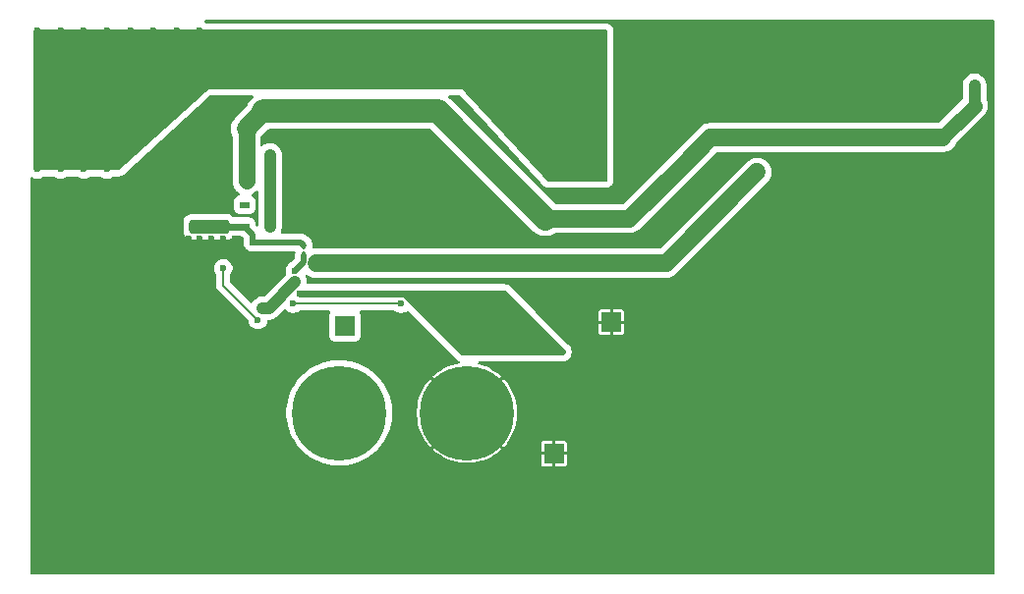
<source format=gbr>
%TF.GenerationSoftware,KiCad,Pcbnew,9.0.1*%
%TF.CreationDate,2025-11-16T17:30:07-08:00*%
%TF.ProjectId,Si-LTC7800-Alternate,53692d4c-5443-4373-9830-302d416c7465,rev?*%
%TF.SameCoordinates,Original*%
%TF.FileFunction,Copper,L2,Bot*%
%TF.FilePolarity,Positive*%
%FSLAX46Y46*%
G04 Gerber Fmt 4.6, Leading zero omitted, Abs format (unit mm)*
G04 Created by KiCad (PCBNEW 9.0.1) date 2025-11-16 17:30:07*
%MOMM*%
%LPD*%
G01*
G04 APERTURE LIST*
G04 Aperture macros list*
%AMRoundRect*
0 Rectangle with rounded corners*
0 $1 Rounding radius*
0 $2 $3 $4 $5 $6 $7 $8 $9 X,Y pos of 4 corners*
0 Add a 4 corners polygon primitive as box body*
4,1,4,$2,$3,$4,$5,$6,$7,$8,$9,$2,$3,0*
0 Add four circle primitives for the rounded corners*
1,1,$1+$1,$2,$3*
1,1,$1+$1,$4,$5*
1,1,$1+$1,$6,$7*
1,1,$1+$1,$8,$9*
0 Add four rect primitives between the rounded corners*
20,1,$1+$1,$2,$3,$4,$5,0*
20,1,$1+$1,$4,$5,$6,$7,0*
20,1,$1+$1,$6,$7,$8,$9,0*
20,1,$1+$1,$8,$9,$2,$3,0*%
G04 Aperture macros list end*
%TA.AperFunction,Conductor*%
%ADD10C,0.200000*%
%TD*%
%TA.AperFunction,ComponentPad*%
%ADD11C,8.115000*%
%TD*%
%TA.AperFunction,ComponentPad*%
%ADD12R,1.700000X1.700000*%
%TD*%
%TA.AperFunction,SMDPad,CuDef*%
%ADD13RoundRect,0.250000X-0.475000X0.337500X-0.475000X-0.337500X0.475000X-0.337500X0.475000X0.337500X0*%
%TD*%
%TA.AperFunction,SMDPad,CuDef*%
%ADD14RoundRect,0.250000X0.475000X-0.337500X0.475000X0.337500X-0.475000X0.337500X-0.475000X-0.337500X0*%
%TD*%
%TA.AperFunction,SMDPad,CuDef*%
%ADD15R,0.850000X0.600000*%
%TD*%
%TA.AperFunction,SMDPad,CuDef*%
%ADD16RoundRect,0.100000X0.100000X-0.217500X0.100000X0.217500X-0.100000X0.217500X-0.100000X-0.217500X0*%
%TD*%
%TA.AperFunction,ViaPad*%
%ADD17C,0.600000*%
%TD*%
%TA.AperFunction,Conductor*%
%ADD18C,1.500000*%
%TD*%
%TA.AperFunction,Conductor*%
%ADD19C,1.400000*%
%TD*%
%TA.AperFunction,Conductor*%
%ADD20C,1.700000*%
%TD*%
%TA.AperFunction,Conductor*%
%ADD21C,2.000000*%
%TD*%
%TA.AperFunction,Conductor*%
%ADD22C,1.300000*%
%TD*%
%TA.AperFunction,Conductor*%
%ADD23C,1.000000*%
%TD*%
%TA.AperFunction,Conductor*%
%ADD24C,1.200000*%
%TD*%
%TA.AperFunction,Conductor*%
%ADD25C,0.500000*%
%TD*%
%TA.AperFunction,Conductor*%
%ADD26C,0.600000*%
%TD*%
G04 APERTURE END LIST*
D10*
%TO.N,/Vout*%
X160000000Y-128000000D02*
X155000000Y-128000000D01*
X143000000Y-115000000D01*
X160000000Y-115000000D01*
X160000000Y-128000000D01*
%TA.AperFunction,Conductor*%
G36*
X160000000Y-128000000D02*
G01*
X155000000Y-128000000D01*
X143000000Y-115000000D01*
X160000000Y-115000000D01*
X160000000Y-128000000D01*
G37*
%TD.AperFunction*%
X125730359Y-120000000D02*
X118000000Y-127000000D01*
X110730359Y-127000000D01*
X110730359Y-115000000D01*
X125730359Y-115000000D01*
X125730359Y-120000000D01*
%TA.AperFunction,Conductor*%
G36*
X125730359Y-120000000D02*
G01*
X118000000Y-127000000D01*
X110730359Y-127000000D01*
X110730359Y-115000000D01*
X125730359Y-115000000D01*
X125730359Y-120000000D01*
G37*
%TD.AperFunction*%
X158000000Y-120000000D02*
X118000000Y-120000000D01*
X118000000Y-115000000D01*
X158000000Y-115000000D01*
X158000000Y-120000000D01*
%TA.AperFunction,Conductor*%
G36*
X158000000Y-120000000D02*
G01*
X118000000Y-120000000D01*
X118000000Y-115000000D01*
X158000000Y-115000000D01*
X158000000Y-120000000D01*
G37*
%TD.AperFunction*%
%TO.N,/VFB*%
X156381177Y-142891065D02*
X156302880Y-142969362D01*
X147562724Y-142969362D01*
X142315321Y-137721959D01*
X151212071Y-137721959D01*
X156381177Y-142891065D01*
%TA.AperFunction,Conductor*%
G36*
X156381177Y-142891065D02*
G01*
X156302880Y-142969362D01*
X147562724Y-142969362D01*
X142315321Y-137721959D01*
X151212071Y-137721959D01*
X156381177Y-142891065D01*
G37*
%TD.AperFunction*%
%TD*%
D11*
%TO.P,VSource_IN1,1,1*%
%TO.N,/VIN*%
X137000000Y-148000000D03*
%TD*%
D12*
%TO.P,VOUT1,1,Pin_1*%
%TO.N,/Vout*%
X156982531Y-126142225D03*
%TD*%
%TO.P,TP_VIN1,1,Pin_1*%
%TO.N,/VIN*%
X137500000Y-140500000D03*
%TD*%
D11*
%TO.P,VSource_GND1,1,1*%
%TO.N,GND*%
X148000000Y-148000000D03*
%TD*%
D12*
%TO.P,GND1,1,Pin_1*%
%TO.N,GND*%
X160447591Y-140176070D03*
%TD*%
%TO.P,TP_VIN2,1,Pin_1*%
%TO.N,GND*%
X155500000Y-151500000D03*
%TD*%
D13*
%TO.P,C2,1*%
%TO.N,GND*%
X126847879Y-129879050D03*
%TO.P,C2,2*%
%TO.N,/INTVCC*%
X126847879Y-131954050D03*
%TD*%
D14*
%TO.P,C2_EX1,1*%
%TO.N,/INTVCC*%
X124802858Y-131944038D03*
%TO.P,C2_EX1,2*%
%TO.N,GND*%
X124802858Y-129869038D03*
%TD*%
D15*
%TO.P,D1,1,A*%
%TO.N,/INTVCC*%
X128850000Y-131950000D03*
%TO.P,D1,2,NC*%
%TO.N,unconnected-(D1-NC-Pad2)*%
X128850000Y-130050000D03*
%TO.P,D1,3,K*%
%TO.N,/BOOST*%
X131150000Y-131000000D03*
%TD*%
D16*
%TO.P,R1,1*%
%TO.N,Net-(U1-PGOOD)*%
X133966857Y-134400781D03*
%TO.P,R1,2*%
%TO.N,/INTVCC*%
X133966857Y-133585781D03*
%TD*%
D17*
%TO.N,/BG*%
X191750000Y-119750000D03*
X129000000Y-128000000D03*
%TO.N,GND*%
X170750000Y-142500000D03*
X121500000Y-153500000D03*
X122000000Y-126000000D03*
X172750000Y-141250000D03*
X126000000Y-134000000D03*
X121000000Y-131000000D03*
X122500000Y-152500000D03*
X187750000Y-155750000D03*
X127000000Y-133000000D03*
X125000000Y-128000000D03*
X120500000Y-152500000D03*
X170750000Y-141250000D03*
X123000000Y-129000000D03*
X123000000Y-131000000D03*
X123000000Y-127000000D03*
X126000000Y-125000000D03*
X189000000Y-154500000D03*
X122500000Y-153500000D03*
X119000000Y-131000000D03*
X123000000Y-125000000D03*
X168750000Y-141250000D03*
X126000000Y-123000000D03*
X124000000Y-127000000D03*
X121500000Y-151500000D03*
X127000000Y-134000000D03*
X126000000Y-122000000D03*
X122000000Y-127000000D03*
X125000000Y-124000000D03*
X127000000Y-126000000D03*
X168750000Y-140000000D03*
X169750000Y-140000000D03*
X125000000Y-133000000D03*
X121000000Y-130000000D03*
X124000000Y-124000000D03*
X171750000Y-143500000D03*
X170750000Y-143500000D03*
X127000000Y-125000000D03*
X127000000Y-127000000D03*
X171750000Y-141250000D03*
X169750000Y-143500000D03*
X128000000Y-133000000D03*
X171750000Y-142500000D03*
X123000000Y-126000000D03*
X120500000Y-151500000D03*
X127000000Y-128000000D03*
X186500000Y-155750000D03*
X127000000Y-121000000D03*
X170750000Y-140000000D03*
X127000000Y-124000000D03*
X124000000Y-125000000D03*
X172750000Y-143500000D03*
X124000000Y-126000000D03*
X121000000Y-129000000D03*
X168750000Y-142500000D03*
X172750000Y-142500000D03*
X126000000Y-124000000D03*
X121500000Y-152500000D03*
X125000000Y-125000000D03*
X124000000Y-128000000D03*
X127000000Y-123000000D03*
X122000000Y-129000000D03*
X122000000Y-131000000D03*
X123000000Y-128000000D03*
X125000000Y-127000000D03*
X126000000Y-127000000D03*
X127000000Y-122000000D03*
X169750000Y-142500000D03*
X124000000Y-133000000D03*
X121000000Y-128000000D03*
X126000000Y-128000000D03*
X169750000Y-141250000D03*
X189000000Y-155750000D03*
X171750000Y-140000000D03*
X186500000Y-157000000D03*
X122000000Y-130000000D03*
X168750000Y-143500000D03*
X124000000Y-134000000D03*
X120000000Y-131000000D03*
X119000000Y-130000000D03*
X172750000Y-140000000D03*
X126000000Y-133000000D03*
X122500000Y-151500000D03*
X122000000Y-128000000D03*
X121000000Y-127000000D03*
X120500000Y-153500000D03*
X132791643Y-134441604D03*
X119000000Y-129000000D03*
X125000000Y-126000000D03*
X123000000Y-130000000D03*
X125000000Y-134000000D03*
X189000000Y-157000000D03*
X120000000Y-130000000D03*
X187750000Y-157000000D03*
X126000000Y-126000000D03*
X120000000Y-128000000D03*
X187750000Y-154500000D03*
X125000000Y-123000000D03*
X120000000Y-129000000D03*
X186500000Y-154500000D03*
%TO.N,/INTVCC*%
X129541546Y-133293218D03*
%TO.N,/BOOST*%
X131055754Y-131981697D03*
X131055754Y-125740699D03*
%TO.N,/Vout*%
X116000000Y-120000000D03*
X117000000Y-115000000D03*
X114000000Y-122000000D03*
X123000000Y-117000000D03*
X126000000Y-118000000D03*
X114000000Y-120000000D03*
X111000000Y-117000000D03*
X116000000Y-116000000D03*
X112000000Y-126000000D03*
X122000000Y-120000000D03*
X117000000Y-119000000D03*
X122000000Y-118000000D03*
X116000000Y-122000000D03*
X113000000Y-117000000D03*
X119000000Y-121000000D03*
X115000000Y-115000000D03*
X112000000Y-116000000D03*
X113000000Y-115000000D03*
X124000000Y-118000000D03*
X115000000Y-123000000D03*
X111000000Y-121000000D03*
X111000000Y-115000000D03*
X123000000Y-119000000D03*
X118000000Y-124000000D03*
X113000000Y-119000000D03*
X114000000Y-116000000D03*
X111000000Y-123000000D03*
X116000000Y-118000000D03*
X124000000Y-116000000D03*
X126000000Y-116000000D03*
X118000000Y-118000000D03*
X120000000Y-118000000D03*
X121000000Y-123000000D03*
X121000000Y-119000000D03*
X111000000Y-125000000D03*
X119000000Y-115000000D03*
X118000000Y-122000000D03*
X117000000Y-125000000D03*
X122000000Y-116000000D03*
X116000000Y-116000000D03*
X115000000Y-121000000D03*
X114000000Y-126000000D03*
X112000000Y-118000000D03*
X113000000Y-125000000D03*
X120000000Y-124000000D03*
X113000000Y-121000000D03*
X121000000Y-115000000D03*
X112000000Y-124000000D03*
X112000000Y-120000000D03*
X125000000Y-115000000D03*
X117000000Y-117000000D03*
X119000000Y-117000000D03*
X115000000Y-125000000D03*
X118000000Y-116000000D03*
X121000000Y-121000000D03*
X124000000Y-120000000D03*
X121000000Y-117000000D03*
X114000000Y-118000000D03*
X112000000Y-122000000D03*
X125000000Y-119000000D03*
X119000000Y-125000000D03*
X118000000Y-120000000D03*
X117000000Y-127000000D03*
X125000000Y-117000000D03*
X111000000Y-119000000D03*
X115000000Y-119000000D03*
X122000000Y-122000000D03*
X120000000Y-116000000D03*
X113000000Y-123000000D03*
X123000000Y-121000000D03*
X114000000Y-124000000D03*
X119000000Y-123000000D03*
X116000000Y-126000000D03*
X115000000Y-127000000D03*
X123000000Y-115000000D03*
X117000000Y-121000000D03*
X117000000Y-123000000D03*
X120000000Y-120000000D03*
X120000000Y-122000000D03*
X111000000Y-127000000D03*
X118000000Y-126000000D03*
X115000000Y-117000000D03*
X113000000Y-127000000D03*
X119000000Y-119000000D03*
X116000000Y-124000000D03*
%TO.N,/SENSE+*%
X142334423Y-138576406D03*
X133023955Y-138580578D03*
%TO.N,/VFB*%
X156228933Y-142738933D03*
X133640768Y-137677682D03*
%TO.N,/VIN*%
X130000000Y-140000000D03*
X127000000Y-135518467D03*
%TO.N,/TG*%
X173000000Y-127250000D03*
X135000000Y-135098045D03*
%TO.N,Net-(U1-PGOOD)*%
X133205977Y-135727623D03*
%TO.N,/ITH*%
X133192265Y-136655934D03*
X130394280Y-138962381D03*
%TD*%
D18*
%TO.N,/BG*%
X173750000Y-124250000D02*
X189000000Y-124250000D01*
D19*
X129000000Y-128000000D02*
X129000000Y-123500000D01*
D20*
X129000000Y-123500000D02*
X130500000Y-122000000D01*
D18*
X173750000Y-124250000D02*
X169000000Y-124250000D01*
D21*
X147000000Y-123500000D02*
X154750000Y-131250000D01*
X130500000Y-122000000D02*
X145500000Y-122000000D01*
X145500000Y-122000000D02*
X147000000Y-123500000D01*
D18*
X162000000Y-131250000D02*
X154750000Y-131250000D01*
D22*
X189000000Y-124250000D02*
X191750000Y-121500000D01*
D23*
X191750000Y-121500000D02*
X191750000Y-119750000D01*
D18*
X169000000Y-124250000D02*
X166500000Y-126750000D01*
X166500000Y-126750000D02*
X162000000Y-131250000D01*
D24*
%TO.N,/INTVCC*%
X126789457Y-131954050D02*
X124871292Y-131954050D01*
D25*
X133674294Y-133293218D02*
X133966857Y-133585781D01*
D26*
X128850000Y-131950000D02*
X126851929Y-131950000D01*
D25*
X129541546Y-133293218D02*
X129541546Y-132641546D01*
X129541546Y-132641546D02*
X128850000Y-131950000D01*
X129541546Y-133293218D02*
X133674294Y-133293218D01*
D23*
X124842081Y-131983261D02*
X124802858Y-131944038D01*
D10*
X126851929Y-131950000D02*
X126818668Y-131983261D01*
%TO.N,/BOOST*%
X131100984Y-132075161D02*
X131100984Y-132076113D01*
D23*
X131055754Y-125740699D02*
X131055754Y-131981697D01*
D10*
X131125101Y-132051044D02*
X131100984Y-132075161D01*
%TO.N,/Vout*%
X125230359Y-116500000D02*
X148070665Y-116500000D01*
%TO.N,/SENSE+*%
X140683827Y-138576406D02*
X142334423Y-138576406D01*
X133023955Y-138580578D02*
X140679655Y-138580578D01*
X140679655Y-138580578D02*
X140683827Y-138576406D01*
D26*
%TO.N,/VFB*%
X133640768Y-137677682D02*
X151167794Y-137677682D01*
X151167794Y-137677682D02*
X156228933Y-142738821D01*
X156228933Y-142738821D02*
X156228933Y-142738933D01*
D10*
%TO.N,/VIN*%
X127000000Y-135518467D02*
X127000000Y-137000000D01*
X127000000Y-137000000D02*
X130000000Y-140000000D01*
D18*
%TO.N,/TG*%
X165151955Y-135098045D02*
X173000000Y-127250000D01*
X135000000Y-135098045D02*
X165151955Y-135098045D01*
D25*
%TO.N,Net-(U1-PGOOD)*%
X133966857Y-134966743D02*
X133966857Y-134400781D01*
X133205977Y-135727623D02*
X133966857Y-134966743D01*
D23*
%TO.N,/ITH*%
X130938085Y-138962381D02*
X133192265Y-136708201D01*
X130394280Y-138962381D02*
X130938085Y-138962381D01*
%TD*%
%TA.AperFunction,Conductor*%
%TO.N,GND*%
G36*
X193394264Y-114120184D02*
G01*
X193440019Y-114172988D01*
X193451225Y-114224499D01*
X193451225Y-161775499D01*
X193431540Y-161842538D01*
X193378736Y-161888293D01*
X193327225Y-161899499D01*
X110502173Y-161899499D01*
X110435134Y-161879814D01*
X110389379Y-161827010D01*
X110378173Y-161775499D01*
X110378173Y-147800989D01*
X132442000Y-147800989D01*
X132442000Y-148199010D01*
X132476689Y-148595507D01*
X132545803Y-148987466D01*
X132545806Y-148987479D01*
X132648813Y-149371912D01*
X132648816Y-149371922D01*
X132648817Y-149371923D01*
X132720100Y-149567772D01*
X132784951Y-149745946D01*
X132953143Y-150106637D01*
X132953156Y-150106661D01*
X133152155Y-150451336D01*
X133152164Y-150451351D01*
X133380455Y-150777384D01*
X133496420Y-150915585D01*
X133636289Y-151082274D01*
X133917726Y-151363711D01*
X134001701Y-151434174D01*
X134222615Y-151619544D01*
X134222621Y-151619548D01*
X134222622Y-151619549D01*
X134548655Y-151847840D01*
X134753184Y-151965925D01*
X134893338Y-152046843D01*
X134893362Y-152046856D01*
X135254053Y-152215048D01*
X135254058Y-152215049D01*
X135254067Y-152215054D01*
X135628077Y-152351183D01*
X135628083Y-152351184D01*
X135628087Y-152351186D01*
X135717016Y-152375014D01*
X136012528Y-152454196D01*
X136404495Y-152523311D01*
X136800991Y-152557999D01*
X136800992Y-152558000D01*
X136800993Y-152558000D01*
X137199008Y-152558000D01*
X137199008Y-152557999D01*
X137595505Y-152523311D01*
X137987472Y-152454196D01*
X138371923Y-152351183D01*
X138745933Y-152215054D01*
X138749677Y-152213308D01*
X139106637Y-152046856D01*
X139106645Y-152046851D01*
X139106655Y-152046847D01*
X139451345Y-151847840D01*
X139777378Y-151619549D01*
X140082274Y-151363711D01*
X140363711Y-151082274D01*
X140619549Y-150777378D01*
X140847840Y-150451345D01*
X141046847Y-150106655D01*
X141046851Y-150106645D01*
X141046856Y-150106637D01*
X141215048Y-149745946D01*
X141215048Y-149745945D01*
X141215054Y-149745933D01*
X141351183Y-149371923D01*
X141454196Y-148987472D01*
X141523311Y-148595505D01*
X141558000Y-148199007D01*
X141558000Y-147800993D01*
X141523311Y-147404495D01*
X141454196Y-147012528D01*
X141351183Y-146628077D01*
X141215054Y-146254067D01*
X141215049Y-146254058D01*
X141215048Y-146254053D01*
X141046856Y-145893362D01*
X141046843Y-145893338D01*
X140987430Y-145790432D01*
X140847840Y-145548655D01*
X140619549Y-145222622D01*
X140619548Y-145222621D01*
X140619544Y-145222615D01*
X140363708Y-144917723D01*
X140082276Y-144636291D01*
X139777384Y-144380455D01*
X139451351Y-144152164D01*
X139451348Y-144152162D01*
X139451345Y-144152160D01*
X139348936Y-144093034D01*
X139106661Y-143953156D01*
X139106637Y-143953143D01*
X138745946Y-143784951D01*
X138745935Y-143784947D01*
X138745933Y-143784946D01*
X138371923Y-143648817D01*
X138371922Y-143648816D01*
X138371912Y-143648813D01*
X137987479Y-143545806D01*
X137987482Y-143545806D01*
X137987472Y-143545804D01*
X137798127Y-143512417D01*
X137595507Y-143476689D01*
X137199010Y-143442000D01*
X137199007Y-143442000D01*
X136800993Y-143442000D01*
X136800989Y-143442000D01*
X136404492Y-143476689D01*
X136012533Y-143545803D01*
X136012530Y-143545803D01*
X136012528Y-143545804D01*
X136012523Y-143545805D01*
X136012520Y-143545806D01*
X135628087Y-143648813D01*
X135254053Y-143784951D01*
X134893362Y-143953143D01*
X134893338Y-143953156D01*
X134548663Y-144152155D01*
X134548648Y-144152164D01*
X134222615Y-144380455D01*
X133917723Y-144636291D01*
X133636291Y-144917723D01*
X133380455Y-145222615D01*
X133152164Y-145548648D01*
X133152155Y-145548663D01*
X132953156Y-145893338D01*
X132953143Y-145893362D01*
X132784951Y-146254053D01*
X132648813Y-146628087D01*
X132545806Y-147012520D01*
X132545803Y-147012533D01*
X132476689Y-147404492D01*
X132442000Y-147800989D01*
X110378173Y-147800989D01*
X110378173Y-127779249D01*
X110397858Y-127712210D01*
X110450662Y-127666455D01*
X110519820Y-127656511D01*
X110571065Y-127676148D01*
X110620813Y-127709389D01*
X110620815Y-127709390D01*
X110620821Y-127709394D01*
X110620823Y-127709395D01*
X110620827Y-127709397D01*
X110766498Y-127769735D01*
X110766503Y-127769737D01*
X110921153Y-127800499D01*
X110921156Y-127800500D01*
X110921158Y-127800500D01*
X111078844Y-127800500D01*
X111078845Y-127800499D01*
X111233497Y-127769737D01*
X111379179Y-127709394D01*
X111458324Y-127656511D01*
X111503392Y-127626398D01*
X111570070Y-127605520D01*
X111572283Y-127605500D01*
X112427717Y-127605500D01*
X112494756Y-127625185D01*
X112496608Y-127626398D01*
X112620814Y-127709390D01*
X112620827Y-127709397D01*
X112766498Y-127769735D01*
X112766503Y-127769737D01*
X112921153Y-127800499D01*
X112921156Y-127800500D01*
X112921158Y-127800500D01*
X113078844Y-127800500D01*
X113078845Y-127800499D01*
X113233497Y-127769737D01*
X113379179Y-127709394D01*
X113458324Y-127656511D01*
X113503392Y-127626398D01*
X113570070Y-127605520D01*
X113572283Y-127605500D01*
X114427717Y-127605500D01*
X114494756Y-127625185D01*
X114496608Y-127626398D01*
X114620814Y-127709390D01*
X114620827Y-127709397D01*
X114766498Y-127769735D01*
X114766503Y-127769737D01*
X114921153Y-127800499D01*
X114921156Y-127800500D01*
X114921158Y-127800500D01*
X115078844Y-127800500D01*
X115078845Y-127800499D01*
X115233497Y-127769737D01*
X115379179Y-127709394D01*
X115458324Y-127656511D01*
X115503392Y-127626398D01*
X115570070Y-127605520D01*
X115572283Y-127605500D01*
X116427717Y-127605500D01*
X116494756Y-127625185D01*
X116496608Y-127626398D01*
X116620814Y-127709390D01*
X116620827Y-127709397D01*
X116766498Y-127769735D01*
X116766503Y-127769737D01*
X116921153Y-127800499D01*
X116921156Y-127800500D01*
X116921158Y-127800500D01*
X117078844Y-127800500D01*
X117078845Y-127800499D01*
X117233497Y-127769737D01*
X117379179Y-127709394D01*
X117458324Y-127656511D01*
X117503392Y-127626398D01*
X117570070Y-127605520D01*
X117572283Y-127605500D01*
X117999992Y-127605500D01*
X118000000Y-127605500D01*
X118127559Y-127591911D01*
X118276411Y-127538728D01*
X118406425Y-127448830D01*
X125928336Y-120637583D01*
X125991243Y-120607177D01*
X126011568Y-120605500D01*
X129484930Y-120605500D01*
X129551969Y-120625185D01*
X129597724Y-120677989D01*
X129607668Y-120747147D01*
X129578643Y-120810703D01*
X129557815Y-120829818D01*
X129522493Y-120855480D01*
X129522487Y-120855485D01*
X129355485Y-121022487D01*
X129355485Y-121022488D01*
X129355483Y-121022490D01*
X129329421Y-121058361D01*
X129216657Y-121213566D01*
X129109431Y-121424007D01*
X129091357Y-121479634D01*
X129061108Y-121528995D01*
X127969898Y-122620206D01*
X127844949Y-122792183D01*
X127748444Y-122981585D01*
X127682753Y-123183760D01*
X127649500Y-123393713D01*
X127649500Y-123606286D01*
X127682753Y-123816239D01*
X127748444Y-124018414D01*
X127785985Y-124092092D01*
X127799500Y-124148387D01*
X127799500Y-128094486D01*
X127829059Y-128281118D01*
X127887454Y-128460836D01*
X127944746Y-128573276D01*
X127973240Y-128629199D01*
X128084310Y-128782073D01*
X128217927Y-128915690D01*
X128370801Y-129026760D01*
X128374743Y-129029624D01*
X128374125Y-129030474D01*
X128417596Y-129078520D01*
X128429020Y-129147450D01*
X128401365Y-129211613D01*
X128343411Y-129250639D01*
X128319193Y-129255728D01*
X128317518Y-129255908D01*
X128182671Y-129306202D01*
X128182664Y-129306206D01*
X128067455Y-129392452D01*
X128067452Y-129392455D01*
X127981206Y-129507664D01*
X127981202Y-129507671D01*
X127930910Y-129642513D01*
X127930909Y-129642517D01*
X127924500Y-129702127D01*
X127924500Y-129702134D01*
X127924500Y-129702135D01*
X127924500Y-130397870D01*
X127924501Y-130397876D01*
X127930908Y-130457483D01*
X127981202Y-130592328D01*
X127981206Y-130592335D01*
X128067452Y-130707544D01*
X128067455Y-130707547D01*
X128182664Y-130793793D01*
X128182671Y-130793797D01*
X128317517Y-130844091D01*
X128317516Y-130844091D01*
X128324444Y-130844835D01*
X128377127Y-130850500D01*
X129322872Y-130850499D01*
X129382483Y-130844091D01*
X129517331Y-130793796D01*
X129632546Y-130707546D01*
X129718796Y-130592331D01*
X129769091Y-130457483D01*
X129775500Y-130397873D01*
X129775499Y-129702128D01*
X129769091Y-129642517D01*
X129718796Y-129507669D01*
X129718795Y-129507668D01*
X129718793Y-129507664D01*
X129632547Y-129392455D01*
X129632544Y-129392452D01*
X129517333Y-129306204D01*
X129512856Y-129303760D01*
X129463451Y-129254354D01*
X129448599Y-129186081D01*
X129473016Y-129120617D01*
X129515989Y-129084443D01*
X129629197Y-129026761D01*
X129629196Y-129026761D01*
X129629199Y-129026760D01*
X129782073Y-128915690D01*
X129843573Y-128854190D01*
X129904896Y-128820705D01*
X129974588Y-128825689D01*
X130030521Y-128867561D01*
X130054938Y-128933025D01*
X130055254Y-128941871D01*
X130055254Y-131794524D01*
X130049015Y-131815769D01*
X130047436Y-131837858D01*
X130039363Y-131848641D01*
X130035569Y-131861563D01*
X130018835Y-131876062D01*
X130005564Y-131893791D01*
X129992943Y-131898498D01*
X129982765Y-131907318D01*
X129960847Y-131910469D01*
X129940100Y-131918208D01*
X129926939Y-131915345D01*
X129913607Y-131917262D01*
X129893463Y-131908062D01*
X129871827Y-131903356D01*
X129854101Y-131890087D01*
X129850051Y-131888237D01*
X129843573Y-131882205D01*
X129811818Y-131850450D01*
X129778333Y-131789127D01*
X129775499Y-131762769D01*
X129775499Y-131602129D01*
X129775498Y-131602123D01*
X129769091Y-131542516D01*
X129718797Y-131407671D01*
X129718793Y-131407664D01*
X129632547Y-131292455D01*
X129632544Y-131292452D01*
X129517335Y-131206206D01*
X129517328Y-131206202D01*
X129382482Y-131155908D01*
X129382483Y-131155908D01*
X129322883Y-131149501D01*
X129322881Y-131149500D01*
X129322873Y-131149500D01*
X129322865Y-131149500D01*
X127968559Y-131149500D01*
X127901520Y-131129815D01*
X127880878Y-131113181D01*
X127791536Y-131023839D01*
X127791535Y-131023838D01*
X127642213Y-130931736D01*
X127475676Y-130876551D01*
X127475674Y-130876550D01*
X127372895Y-130866050D01*
X127372888Y-130866050D01*
X126964748Y-130866050D01*
X126945352Y-130864523D01*
X126925168Y-130861326D01*
X126876072Y-130853550D01*
X126876068Y-130853550D01*
X124784681Y-130853550D01*
X124784680Y-130853550D01*
X124778605Y-130854512D01*
X124759211Y-130856038D01*
X124277856Y-130856038D01*
X124277838Y-130856039D01*
X124175061Y-130866538D01*
X124175058Y-130866539D01*
X124008526Y-130921723D01*
X124008521Y-130921725D01*
X123859200Y-131013827D01*
X123735147Y-131137880D01*
X123643045Y-131287201D01*
X123643044Y-131287204D01*
X123587859Y-131453741D01*
X123587859Y-131453742D01*
X123587858Y-131453742D01*
X123577358Y-131556521D01*
X123577358Y-132331539D01*
X123577359Y-132331557D01*
X123587858Y-132434334D01*
X123587859Y-132434337D01*
X123643043Y-132600869D01*
X123643045Y-132600874D01*
X123677169Y-132656197D01*
X123735146Y-132750194D01*
X123859202Y-132874250D01*
X124008524Y-132966352D01*
X124175061Y-133021537D01*
X124277849Y-133032038D01*
X124632786Y-133032037D01*
X124652183Y-133033563D01*
X124784681Y-133054550D01*
X124784682Y-133054550D01*
X126876067Y-133054550D01*
X126876068Y-133054550D01*
X126925099Y-133046784D01*
X126945353Y-133043576D01*
X126964751Y-133042049D01*
X127372881Y-133042049D01*
X127372887Y-133042049D01*
X127475676Y-133031549D01*
X127642213Y-132976364D01*
X127791535Y-132884262D01*
X127888979Y-132786818D01*
X127950302Y-132753334D01*
X127976660Y-132750500D01*
X128377127Y-132750500D01*
X128537770Y-132750500D01*
X128567210Y-132759144D01*
X128597197Y-132765668D01*
X128602212Y-132769422D01*
X128604809Y-132770185D01*
X128625450Y-132786818D01*
X128750286Y-132911654D01*
X128783771Y-132972977D01*
X128778787Y-133042669D01*
X128777167Y-133046784D01*
X128771810Y-133059715D01*
X128771806Y-133059729D01*
X128741046Y-133214371D01*
X128741046Y-133372064D01*
X128771807Y-133526707D01*
X128771810Y-133526719D01*
X128832148Y-133672390D01*
X128832155Y-133672403D01*
X128919756Y-133803506D01*
X128919759Y-133803510D01*
X129031253Y-133915004D01*
X129031257Y-133915007D01*
X129162360Y-134002608D01*
X129162373Y-134002615D01*
X129261606Y-134043718D01*
X129308049Y-134062955D01*
X129462699Y-134093717D01*
X129462702Y-134093718D01*
X129462704Y-134093718D01*
X129620390Y-134093718D01*
X129620391Y-134093717D01*
X129696698Y-134078538D01*
X129775034Y-134062957D01*
X129775035Y-134062956D01*
X129775043Y-134062955D01*
X129798701Y-134053155D01*
X129846150Y-134043718D01*
X133121584Y-134043718D01*
X133188623Y-134063403D01*
X133234378Y-134116207D01*
X133244322Y-134185365D01*
X133243201Y-134191910D01*
X133216357Y-134326860D01*
X133216357Y-134604512D01*
X133196672Y-134671551D01*
X133180038Y-134692193D01*
X132890680Y-134981550D01*
X132850457Y-135008428D01*
X132826796Y-135018229D01*
X132826795Y-135018230D01*
X132695692Y-135105830D01*
X132695684Y-135105836D01*
X132584190Y-135217330D01*
X132584187Y-135217334D01*
X132496586Y-135348437D01*
X132496579Y-135348450D01*
X132436241Y-135494121D01*
X132436238Y-135494133D01*
X132405477Y-135648776D01*
X132405477Y-135806469D01*
X132437428Y-135967095D01*
X132435277Y-135967522D01*
X132435813Y-136027526D01*
X132404210Y-136081334D01*
X130559984Y-137925562D01*
X130498661Y-137959047D01*
X130472303Y-137961881D01*
X130295737Y-137961881D01*
X130102450Y-138000328D01*
X130102440Y-138000331D01*
X129920372Y-138075745D01*
X129920359Y-138075752D01*
X129756498Y-138185241D01*
X129756494Y-138185244D01*
X129617143Y-138324595D01*
X129617140Y-138324599D01*
X129523520Y-138464711D01*
X129469908Y-138509516D01*
X129400583Y-138518223D01*
X129337555Y-138488068D01*
X129332737Y-138483501D01*
X127636819Y-136787583D01*
X127603334Y-136726260D01*
X127600500Y-136699902D01*
X127600500Y-136098232D01*
X127620185Y-136031193D01*
X127621398Y-136029341D01*
X127709390Y-135897652D01*
X127709390Y-135897651D01*
X127709394Y-135897646D01*
X127769737Y-135751964D01*
X127800500Y-135597309D01*
X127800500Y-135439625D01*
X127800500Y-135439622D01*
X127800499Y-135439620D01*
X127769738Y-135284977D01*
X127769737Y-135284970D01*
X127769735Y-135284965D01*
X127709397Y-135139294D01*
X127709390Y-135139281D01*
X127621789Y-135008178D01*
X127621786Y-135008174D01*
X127510292Y-134896680D01*
X127510288Y-134896677D01*
X127379185Y-134809076D01*
X127379172Y-134809069D01*
X127233501Y-134748731D01*
X127233489Y-134748728D01*
X127078845Y-134717967D01*
X127078842Y-134717967D01*
X126921158Y-134717967D01*
X126921155Y-134717967D01*
X126766510Y-134748728D01*
X126766498Y-134748731D01*
X126620827Y-134809069D01*
X126620814Y-134809076D01*
X126489711Y-134896677D01*
X126489707Y-134896680D01*
X126378213Y-135008174D01*
X126378210Y-135008178D01*
X126290609Y-135139281D01*
X126290602Y-135139294D01*
X126230264Y-135284965D01*
X126230261Y-135284977D01*
X126199500Y-135439620D01*
X126199500Y-135597313D01*
X126230261Y-135751956D01*
X126230264Y-135751968D01*
X126290602Y-135897639D01*
X126290609Y-135897652D01*
X126378602Y-136029341D01*
X126399480Y-136096018D01*
X126399500Y-136098232D01*
X126399500Y-136913330D01*
X126399499Y-136913348D01*
X126399499Y-137079054D01*
X126399498Y-137079054D01*
X126399499Y-137079057D01*
X126440423Y-137231785D01*
X126458452Y-137263012D01*
X126458453Y-137263014D01*
X126458454Y-137263014D01*
X126519479Y-137368714D01*
X126519481Y-137368717D01*
X126638349Y-137487585D01*
X126638355Y-137487590D01*
X129165425Y-140014660D01*
X129198910Y-140075983D01*
X129199361Y-140078149D01*
X129230261Y-140233491D01*
X129230264Y-140233501D01*
X129290602Y-140379172D01*
X129290609Y-140379185D01*
X129378210Y-140510288D01*
X129378213Y-140510292D01*
X129489707Y-140621786D01*
X129489711Y-140621789D01*
X129620814Y-140709390D01*
X129620827Y-140709397D01*
X129766498Y-140769735D01*
X129766503Y-140769737D01*
X129921153Y-140800499D01*
X129921156Y-140800500D01*
X129921158Y-140800500D01*
X130078844Y-140800500D01*
X130078845Y-140800499D01*
X130233497Y-140769737D01*
X130379179Y-140709394D01*
X130510289Y-140621789D01*
X130621789Y-140510289D01*
X130709394Y-140379179D01*
X130769737Y-140233497D01*
X130794254Y-140110244D01*
X130800500Y-140078845D01*
X130800905Y-140074732D01*
X130812915Y-140044985D01*
X130823501Y-140014673D01*
X130825916Y-140012784D01*
X130827063Y-140009944D01*
X130853254Y-139991408D01*
X130878542Y-139971636D01*
X130882176Y-139970940D01*
X130884095Y-139969583D01*
X130912865Y-139963410D01*
X130918573Y-139962881D01*
X131036625Y-139962881D01*
X131036626Y-139962881D01*
X131133273Y-139943656D01*
X131229921Y-139924432D01*
X131283250Y-139902342D01*
X131411999Y-139849013D01*
X131575867Y-139739520D01*
X131715224Y-139600163D01*
X131715225Y-139600160D01*
X131722291Y-139593095D01*
X131722294Y-139593091D01*
X132225662Y-139089722D01*
X132286983Y-139056239D01*
X132356675Y-139061223D01*
X132401022Y-139089724D01*
X132513662Y-139202364D01*
X132513666Y-139202367D01*
X132644769Y-139289968D01*
X132644782Y-139289975D01*
X132723849Y-139322725D01*
X132790458Y-139350315D01*
X132924134Y-139376905D01*
X132945108Y-139381077D01*
X132945111Y-139381078D01*
X132945113Y-139381078D01*
X133102799Y-139381078D01*
X133102800Y-139381077D01*
X133257452Y-139350315D01*
X133403134Y-139289972D01*
X133487070Y-139233888D01*
X133534830Y-139201976D01*
X133601508Y-139181098D01*
X133603721Y-139181078D01*
X136128108Y-139181078D01*
X136195147Y-139200763D01*
X136240902Y-139253567D01*
X136250846Y-139322725D01*
X136227374Y-139379390D01*
X136206204Y-139407668D01*
X136206202Y-139407671D01*
X136155908Y-139542517D01*
X136149711Y-139600163D01*
X136149501Y-139602123D01*
X136149500Y-139602135D01*
X136149500Y-141397870D01*
X136149501Y-141397876D01*
X136155908Y-141457483D01*
X136206202Y-141592328D01*
X136206206Y-141592335D01*
X136292452Y-141707544D01*
X136292455Y-141707547D01*
X136407664Y-141793793D01*
X136407671Y-141793797D01*
X136542517Y-141844091D01*
X136542516Y-141844091D01*
X136549444Y-141844835D01*
X136602127Y-141850500D01*
X138397872Y-141850499D01*
X138457483Y-141844091D01*
X138592331Y-141793796D01*
X138707546Y-141707546D01*
X138793796Y-141592331D01*
X138844091Y-141457483D01*
X138850500Y-141397873D01*
X138850499Y-139602128D01*
X138844091Y-139542517D01*
X138793796Y-139407669D01*
X138772625Y-139379389D01*
X138748208Y-139313926D01*
X138763059Y-139245653D01*
X138812463Y-139196247D01*
X138871892Y-139181078D01*
X140600594Y-139181078D01*
X140600598Y-139181079D01*
X140758712Y-139181079D01*
X140773000Y-139177250D01*
X140787993Y-139176934D01*
X140788779Y-139177147D01*
X140790610Y-139176906D01*
X141754657Y-139176906D01*
X141821696Y-139196591D01*
X141823548Y-139197804D01*
X141955237Y-139285796D01*
X141955250Y-139285803D01*
X142100921Y-139346141D01*
X142100926Y-139346143D01*
X142255576Y-139376905D01*
X142255579Y-139376906D01*
X142255581Y-139376906D01*
X142413267Y-139376906D01*
X142413268Y-139376905D01*
X142567920Y-139346143D01*
X142703530Y-139289972D01*
X142713595Y-139285803D01*
X142713595Y-139285802D01*
X142713602Y-139285800D01*
X142814374Y-139218465D01*
X142881049Y-139197589D01*
X142948429Y-139216073D01*
X142970944Y-139233888D01*
X147134565Y-143397510D01*
X147134571Y-143397515D01*
X147259974Y-143493740D01*
X147259976Y-143493740D01*
X147259978Y-143493742D01*
X147305063Y-143512417D01*
X147359467Y-143556258D01*
X147381532Y-143622552D01*
X147364253Y-143690251D01*
X147313116Y-143737862D01*
X147279143Y-143749094D01*
X147065940Y-143786687D01*
X147065923Y-143786691D01*
X146702282Y-143884127D01*
X146348478Y-144012902D01*
X146348470Y-144012905D01*
X146007283Y-144172004D01*
X146007267Y-144172012D01*
X145681234Y-144360248D01*
X145681208Y-144360264D01*
X145372829Y-144576193D01*
X145084420Y-144818197D01*
X145041111Y-144861505D01*
X146177079Y-145997473D01*
X145997473Y-146177079D01*
X144861505Y-145041111D01*
X144818197Y-145084420D01*
X144576193Y-145372829D01*
X144360264Y-145681208D01*
X144360248Y-145681234D01*
X144172012Y-146007267D01*
X144172004Y-146007283D01*
X144012905Y-146348470D01*
X144012902Y-146348478D01*
X143884127Y-146702282D01*
X143786691Y-147065923D01*
X143786687Y-147065940D01*
X143721313Y-147436693D01*
X143721313Y-147436697D01*
X143688500Y-147811752D01*
X143688500Y-148188247D01*
X143721313Y-148563302D01*
X143721313Y-148563306D01*
X143786687Y-148934059D01*
X143786691Y-148934076D01*
X143884127Y-149297717D01*
X144012902Y-149651521D01*
X144012905Y-149651529D01*
X144172004Y-149992716D01*
X144172012Y-149992732D01*
X144360248Y-150318765D01*
X144360264Y-150318791D01*
X144576198Y-150627177D01*
X144818202Y-150915585D01*
X144861505Y-150958888D01*
X145997472Y-149822919D01*
X146177079Y-150002526D01*
X145041111Y-151138494D01*
X145084414Y-151181797D01*
X145372822Y-151423801D01*
X145681208Y-151639735D01*
X145681234Y-151639751D01*
X146007267Y-151827987D01*
X146007283Y-151827995D01*
X146348470Y-151987094D01*
X146348478Y-151987097D01*
X146702282Y-152115872D01*
X147065923Y-152213308D01*
X147065940Y-152213312D01*
X147436695Y-152278686D01*
X147811752Y-152311499D01*
X147811755Y-152311500D01*
X148188245Y-152311500D01*
X148188247Y-152311499D01*
X148563302Y-152278686D01*
X148563306Y-152278686D01*
X148934059Y-152213312D01*
X148934076Y-152213308D01*
X149297717Y-152115872D01*
X149651521Y-151987097D01*
X149651529Y-151987094D01*
X149992716Y-151827995D01*
X149992732Y-151827987D01*
X150318765Y-151639751D01*
X150318791Y-151639735D01*
X150555396Y-151474063D01*
X150627170Y-151423806D01*
X150915585Y-151181796D01*
X150958888Y-151138493D01*
X149822921Y-150002526D01*
X150002526Y-149822921D01*
X151138493Y-150958888D01*
X151181796Y-150915585D01*
X151423806Y-150627170D01*
X151425341Y-150624978D01*
X154396000Y-150624978D01*
X154396000Y-151373000D01*
X155016392Y-151373000D01*
X155000000Y-151434174D01*
X155000000Y-151565826D01*
X155016392Y-151627000D01*
X154396001Y-151627000D01*
X154396001Y-152375014D01*
X154410737Y-152449106D01*
X154410738Y-152449109D01*
X154466876Y-152533123D01*
X154550895Y-152589263D01*
X154550896Y-152589264D01*
X154624980Y-152603999D01*
X155372999Y-152603999D01*
X155373000Y-152603998D01*
X155373000Y-151983608D01*
X155434174Y-152000000D01*
X155565826Y-152000000D01*
X155627000Y-151983608D01*
X155627000Y-152603999D01*
X156375015Y-152603999D01*
X156449106Y-152589262D01*
X156449109Y-152589261D01*
X156533123Y-152533123D01*
X156589263Y-152449104D01*
X156589264Y-152449103D01*
X156603999Y-152375021D01*
X156604000Y-152375018D01*
X156604000Y-151627000D01*
X155983608Y-151627000D01*
X156000000Y-151565826D01*
X156000000Y-151434174D01*
X155983608Y-151373000D01*
X156603999Y-151373000D01*
X156603999Y-150624985D01*
X156589262Y-150550893D01*
X156589261Y-150550890D01*
X156533123Y-150466876D01*
X156449104Y-150410736D01*
X156449103Y-150410735D01*
X156375021Y-150396000D01*
X155627000Y-150396000D01*
X155627000Y-151016391D01*
X155565826Y-151000000D01*
X155434174Y-151000000D01*
X155373000Y-151016391D01*
X155373000Y-150396000D01*
X154624985Y-150396000D01*
X154550893Y-150410737D01*
X154550890Y-150410738D01*
X154466876Y-150466876D01*
X154410736Y-150550895D01*
X154410735Y-150550896D01*
X154396000Y-150624978D01*
X151425341Y-150624978D01*
X151479404Y-150547768D01*
X151639735Y-150318791D01*
X151639751Y-150318765D01*
X151827987Y-149992732D01*
X151827995Y-149992716D01*
X151987094Y-149651529D01*
X151987097Y-149651521D01*
X152115872Y-149297717D01*
X152213308Y-148934076D01*
X152213312Y-148934059D01*
X152278686Y-148563306D01*
X152278686Y-148563302D01*
X152311499Y-148188247D01*
X152311500Y-148188245D01*
X152311500Y-147811755D01*
X152311499Y-147811752D01*
X152278686Y-147436697D01*
X152278686Y-147436693D01*
X152213312Y-147065940D01*
X152213308Y-147065923D01*
X152115872Y-146702282D01*
X151987097Y-146348478D01*
X151987094Y-146348470D01*
X151827995Y-146007283D01*
X151827987Y-146007267D01*
X151639751Y-145681234D01*
X151639735Y-145681208D01*
X151423801Y-145372822D01*
X151181797Y-145084414D01*
X151138494Y-145041111D01*
X150002525Y-146177078D01*
X149822920Y-145997473D01*
X150958888Y-144861506D01*
X150958888Y-144861505D01*
X150915579Y-144818197D01*
X150627177Y-144576198D01*
X150318791Y-144360264D01*
X150318765Y-144360248D01*
X149992732Y-144172012D01*
X149992716Y-144172004D01*
X149651529Y-144012905D01*
X149651521Y-144012902D01*
X149297717Y-143884127D01*
X149053301Y-143818637D01*
X148993640Y-143782272D01*
X148963111Y-143719425D01*
X148971406Y-143650050D01*
X149015891Y-143596172D01*
X149082443Y-143574897D01*
X149085394Y-143574862D01*
X156302873Y-143574862D01*
X156302880Y-143574862D01*
X156459595Y-143554230D01*
X156605630Y-143493740D01*
X156731033Y-143397515D01*
X156809330Y-143319218D01*
X156905555Y-143193815D01*
X156929931Y-143134965D01*
X156935937Y-143123739D01*
X156935456Y-143123482D01*
X156938320Y-143118121D01*
X156938327Y-143118112D01*
X156998670Y-142972430D01*
X157029433Y-142817775D01*
X157029433Y-142659979D01*
X157007396Y-142549189D01*
X157007396Y-142549188D01*
X156998672Y-142505329D01*
X156998670Y-142505324D01*
X156967804Y-142430806D01*
X156967804Y-142430805D01*
X156938330Y-142359648D01*
X156938323Y-142359635D01*
X156850723Y-142228533D01*
X156850722Y-142228532D01*
X156739222Y-142117032D01*
X155887521Y-141265331D01*
X154961580Y-140339389D01*
X153923239Y-139301048D01*
X159343591Y-139301048D01*
X159343591Y-140049070D01*
X159963983Y-140049070D01*
X159947591Y-140110244D01*
X159947591Y-140241896D01*
X159963983Y-140303070D01*
X159343592Y-140303070D01*
X159343592Y-141051084D01*
X159358328Y-141125176D01*
X159358329Y-141125179D01*
X159414467Y-141209193D01*
X159498486Y-141265333D01*
X159498487Y-141265334D01*
X159572571Y-141280069D01*
X160320590Y-141280069D01*
X160320591Y-141280068D01*
X160320591Y-140659678D01*
X160381765Y-140676070D01*
X160513417Y-140676070D01*
X160574591Y-140659678D01*
X160574591Y-141280069D01*
X161322606Y-141280069D01*
X161396697Y-141265332D01*
X161396700Y-141265331D01*
X161480714Y-141209193D01*
X161536854Y-141125174D01*
X161536855Y-141125173D01*
X161551590Y-141051091D01*
X161551591Y-141051088D01*
X161551591Y-140303070D01*
X160931199Y-140303070D01*
X160947591Y-140241896D01*
X160947591Y-140110244D01*
X160931199Y-140049070D01*
X161551590Y-140049070D01*
X161551590Y-139301055D01*
X161536853Y-139226963D01*
X161536852Y-139226960D01*
X161480714Y-139142946D01*
X161396695Y-139086806D01*
X161396694Y-139086805D01*
X161322612Y-139072070D01*
X160574591Y-139072070D01*
X160574591Y-139692461D01*
X160513417Y-139676070D01*
X160381765Y-139676070D01*
X160320591Y-139692461D01*
X160320591Y-139072070D01*
X159572576Y-139072070D01*
X159498484Y-139086807D01*
X159498481Y-139086808D01*
X159414467Y-139142946D01*
X159358327Y-139226965D01*
X159358326Y-139226966D01*
X159343591Y-139301048D01*
X153923239Y-139301048D01*
X151678086Y-137055895D01*
X151678082Y-137055892D01*
X151546979Y-136968291D01*
X151546966Y-136968284D01*
X151401295Y-136907946D01*
X151401283Y-136907943D01*
X151246639Y-136877182D01*
X151246636Y-136877182D01*
X134316765Y-136877182D01*
X134249726Y-136857497D01*
X134203971Y-136804693D01*
X134192765Y-136753182D01*
X134192765Y-136609658D01*
X134192764Y-136609656D01*
X134154317Y-136416372D01*
X134154316Y-136416365D01*
X134093235Y-136268904D01*
X134085766Y-136199435D01*
X134117041Y-136136955D01*
X134177130Y-136101303D01*
X134246955Y-136103796D01*
X134280680Y-136121132D01*
X134344595Y-136167569D01*
X134407136Y-136199435D01*
X134519970Y-136256927D01*
X134519972Y-136256927D01*
X134519975Y-136256929D01*
X134620317Y-136289532D01*
X134707173Y-136317754D01*
X134901578Y-136348545D01*
X134901583Y-136348545D01*
X165250377Y-136348545D01*
X165444781Y-136317754D01*
X165631981Y-136256929D01*
X165807360Y-136167569D01*
X165966601Y-136051873D01*
X173953829Y-128064645D01*
X174069524Y-127905405D01*
X174158884Y-127730026D01*
X174219709Y-127542826D01*
X174224871Y-127510232D01*
X174250500Y-127348421D01*
X174250500Y-127151577D01*
X174219709Y-126957172D01*
X174158882Y-126769969D01*
X174126463Y-126706345D01*
X174069524Y-126594595D01*
X174054742Y-126574250D01*
X173953834Y-126435360D01*
X173953830Y-126435355D01*
X173814644Y-126296169D01*
X173814639Y-126296165D01*
X173655408Y-126180478D01*
X173655407Y-126180477D01*
X173655405Y-126180476D01*
X173600637Y-126152570D01*
X173480030Y-126091117D01*
X173292827Y-126030290D01*
X173098422Y-125999500D01*
X173098417Y-125999500D01*
X172901584Y-125999500D01*
X172901579Y-125999500D01*
X172707173Y-126030290D01*
X172519969Y-126091117D01*
X172344594Y-126180476D01*
X172253742Y-126246484D01*
X172185355Y-126296171D01*
X172185353Y-126296173D01*
X172185352Y-126296173D01*
X164670300Y-133811226D01*
X164608977Y-133844711D01*
X164582619Y-133847545D01*
X134901576Y-133847545D01*
X134848508Y-133855950D01*
X134779215Y-133846995D01*
X134725763Y-133801999D01*
X134705124Y-133735247D01*
X134707494Y-133709286D01*
X134714831Y-133672397D01*
X134717357Y-133659699D01*
X134717357Y-133511864D01*
X134688516Y-133366869D01*
X134671067Y-133324745D01*
X134662690Y-133293484D01*
X134651901Y-133211519D01*
X134591393Y-133065440D01*
X134495139Y-132939999D01*
X134495137Y-132939998D01*
X134495137Y-132939997D01*
X134369698Y-132843745D01*
X134369695Y-132843743D01*
X134249924Y-132794132D01*
X134249677Y-132793985D01*
X134249532Y-132793969D01*
X134248592Y-132793338D01*
X134219241Y-132775856D01*
X134214248Y-132771804D01*
X134152710Y-132710266D01*
X134076573Y-132659394D01*
X134071792Y-132656199D01*
X134071789Y-132656197D01*
X134029795Y-132628137D01*
X134029782Y-132628130D01*
X133893211Y-132571561D01*
X133893201Y-132571558D01*
X133748214Y-132542718D01*
X133748212Y-132542718D01*
X132091884Y-132542718D01*
X132024845Y-132523033D01*
X131979090Y-132470229D01*
X131969146Y-132401071D01*
X131977323Y-132371266D01*
X132017803Y-132273536D01*
X132017805Y-132273532D01*
X132031671Y-132203825D01*
X132056254Y-132080240D01*
X132056254Y-131464272D01*
X132064072Y-131420940D01*
X132064904Y-131418707D01*
X132069091Y-131407483D01*
X132075500Y-131347873D01*
X132075499Y-130652128D01*
X132069091Y-130592517D01*
X132069021Y-130592328D01*
X132064072Y-130579058D01*
X132056254Y-130535726D01*
X132056254Y-125642155D01*
X132017806Y-125448869D01*
X132017805Y-125448868D01*
X132017805Y-125448864D01*
X131964231Y-125319523D01*
X131942389Y-125266791D01*
X131942382Y-125266778D01*
X131832893Y-125102917D01*
X131832890Y-125102913D01*
X131693539Y-124963562D01*
X131693535Y-124963559D01*
X131529674Y-124854070D01*
X131529661Y-124854063D01*
X131347593Y-124778649D01*
X131347583Y-124778646D01*
X131154297Y-124740199D01*
X131154295Y-124740199D01*
X130957213Y-124740199D01*
X130957211Y-124740199D01*
X130763924Y-124778646D01*
X130763914Y-124778649D01*
X130581846Y-124854063D01*
X130581833Y-124854070D01*
X130417972Y-124963559D01*
X130417968Y-124963562D01*
X130412181Y-124969350D01*
X130350858Y-125002835D01*
X130281166Y-124997851D01*
X130225233Y-124955979D01*
X130200816Y-124890515D01*
X130200500Y-124881669D01*
X130200500Y-124260757D01*
X130220185Y-124193718D01*
X130236819Y-124173076D01*
X130873077Y-123536819D01*
X130934400Y-123503334D01*
X130960758Y-123500500D01*
X144827111Y-123500500D01*
X144894150Y-123520185D01*
X144914792Y-123536819D01*
X145855483Y-124477510D01*
X153772490Y-132394517D01*
X153963566Y-132533343D01*
X154174008Y-132640568D01*
X154398631Y-132713553D01*
X154486109Y-132727408D01*
X154631903Y-132750500D01*
X154631908Y-132750500D01*
X154868097Y-132750500D01*
X155101368Y-132713553D01*
X155111484Y-132710266D01*
X155325992Y-132640568D01*
X155536433Y-132533343D01*
X155542799Y-132528717D01*
X155549043Y-132524182D01*
X155614849Y-132500702D01*
X155621928Y-132500500D01*
X162098422Y-132500500D01*
X162292826Y-132469709D01*
X162336215Y-132455611D01*
X162480026Y-132408884D01*
X162655405Y-132319524D01*
X162814646Y-132203828D01*
X167453828Y-127564646D01*
X169481655Y-125536819D01*
X169542978Y-125503334D01*
X169569336Y-125500500D01*
X189098422Y-125500500D01*
X189292826Y-125469709D01*
X189480025Y-125408884D01*
X189655405Y-125319524D01*
X189814646Y-125203828D01*
X189953828Y-125064646D01*
X190069524Y-124905405D01*
X190158884Y-124730025D01*
X190158883Y-124730025D01*
X190161096Y-124725684D01*
X190162098Y-124726194D01*
X190184706Y-124692345D01*
X192627552Y-122249501D01*
X192733995Y-122102994D01*
X192816211Y-121941639D01*
X192872171Y-121769409D01*
X192900501Y-121590547D01*
X192900501Y-121409454D01*
X192872171Y-121230591D01*
X192816211Y-121058361D01*
X192764014Y-120955921D01*
X192750500Y-120899628D01*
X192750500Y-119651456D01*
X192712052Y-119458170D01*
X192712051Y-119458169D01*
X192712051Y-119458165D01*
X192712049Y-119458160D01*
X192636635Y-119276092D01*
X192636628Y-119276079D01*
X192527139Y-119112218D01*
X192527136Y-119112214D01*
X192387785Y-118972863D01*
X192387781Y-118972860D01*
X192223920Y-118863371D01*
X192223907Y-118863364D01*
X192041839Y-118787950D01*
X192041829Y-118787947D01*
X191848543Y-118749500D01*
X191848541Y-118749500D01*
X191651459Y-118749500D01*
X191651457Y-118749500D01*
X191458170Y-118787947D01*
X191458160Y-118787950D01*
X191276092Y-118863364D01*
X191276079Y-118863371D01*
X191112218Y-118972860D01*
X191112214Y-118972863D01*
X190972863Y-119112214D01*
X190972860Y-119112218D01*
X190863371Y-119276079D01*
X190863364Y-119276092D01*
X190787950Y-119458160D01*
X190787947Y-119458170D01*
X190749500Y-119651456D01*
X190749500Y-120822085D01*
X190729815Y-120889124D01*
X190713181Y-120909766D01*
X188659766Y-122963181D01*
X188598443Y-122996666D01*
X188572085Y-122999500D01*
X168901578Y-122999500D01*
X168707173Y-123030290D01*
X168519969Y-123091117D01*
X168344594Y-123180476D01*
X168253741Y-123246485D01*
X168185354Y-123296172D01*
X168185352Y-123296174D01*
X168185351Y-123296174D01*
X161518345Y-129963181D01*
X161457022Y-129996666D01*
X161430664Y-129999500D01*
X155672889Y-129999500D01*
X155605850Y-129979815D01*
X155585208Y-129963181D01*
X146477512Y-120855485D01*
X146477510Y-120855483D01*
X146473495Y-120852566D01*
X146442185Y-120829817D01*
X146399519Y-120774487D01*
X146393541Y-120704874D01*
X146426147Y-120643079D01*
X146486987Y-120608722D01*
X146515071Y-120605500D01*
X147295986Y-120605500D01*
X147363025Y-120625185D01*
X147387102Y-120645393D01*
X149730210Y-123183760D01*
X154320629Y-128156714D01*
X154555104Y-128410728D01*
X154571839Y-128428145D01*
X154571849Y-128428155D01*
X154614435Y-128460832D01*
X154697250Y-128524378D01*
X154843285Y-128584868D01*
X155000000Y-128605500D01*
X155000007Y-128605500D01*
X159999993Y-128605500D01*
X160000000Y-128605500D01*
X160156715Y-128584868D01*
X160302750Y-128524378D01*
X160428153Y-128428153D01*
X160524378Y-128302750D01*
X160584868Y-128156715D01*
X160605500Y-128000000D01*
X160605500Y-115000000D01*
X160584868Y-114843285D01*
X160524378Y-114697250D01*
X160428153Y-114571847D01*
X160302750Y-114475622D01*
X160302749Y-114475621D01*
X160302747Y-114475620D01*
X160208344Y-114436517D01*
X160156715Y-114415132D01*
X160137125Y-114412553D01*
X160000007Y-114394500D01*
X160000000Y-114394500D01*
X158000000Y-114394500D01*
X125730359Y-114394500D01*
X125572283Y-114394500D01*
X125554139Y-114389172D01*
X125535230Y-114388835D01*
X125507012Y-114375334D01*
X125505244Y-114374815D01*
X125503392Y-114373602D01*
X125434547Y-114327601D01*
X125389742Y-114273989D01*
X125381035Y-114204664D01*
X125411190Y-114141636D01*
X125470633Y-114104917D01*
X125503438Y-114100499D01*
X193327225Y-114100499D01*
X193394264Y-114120184D01*
G37*
%TD.AperFunction*%
%TD*%
M02*

</source>
